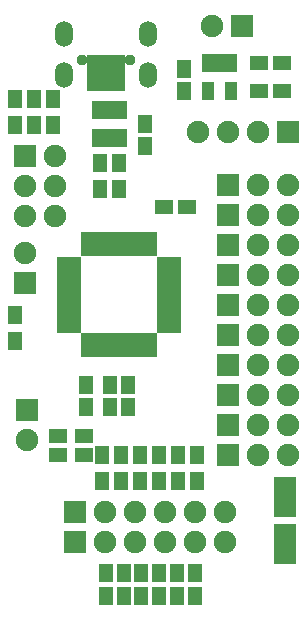
<source format=gbr>
G04 #@! TF.FileFunction,Soldermask,Top*
%FSLAX46Y46*%
G04 Gerber Fmt 4.6, Leading zero omitted, Abs format (unit mm)*
G04 Created by KiCad (PCBNEW 4.0.5) date 11/21/17 13:44:46*
%MOMM*%
%LPD*%
G01*
G04 APERTURE LIST*
%ADD10C,0.100000*%
%ADD11O,1.500000X2.200000*%
%ADD12R,0.800000X3.100000*%
%ADD13C,0.950000*%
%ADD14R,1.900000X1.900000*%
%ADD15C,1.900000*%
%ADD16R,1.150000X1.600000*%
%ADD17R,1.600000X1.150000*%
%ADD18R,1.900000X3.400000*%
%ADD19R,1.100000X1.500000*%
%ADD20R,0.950000X2.000000*%
%ADD21R,2.000000X0.950000*%
%ADD22R,1.600000X1.300000*%
%ADD23R,1.300000X1.600000*%
%ADD24R,1.000000X1.600000*%
%ADD25O,1.900000X1.900000*%
G04 APERTURE END LIST*
D10*
D11*
X105137000Y-54674300D03*
X112287000Y-54674300D03*
X105137000Y-51204300D03*
D12*
X110012000Y-54514300D03*
X109362000Y-54514300D03*
X107412000Y-54514300D03*
X108062000Y-54514300D03*
D13*
X106712000Y-53354300D03*
X110712000Y-53354300D03*
D12*
X108712000Y-54514300D03*
D11*
X112287000Y-51204300D03*
D14*
X106050000Y-91660000D03*
D15*
X108590000Y-91660000D03*
X111130000Y-91660000D03*
X113670000Y-91660000D03*
X116210000Y-91660000D03*
X118750000Y-91660000D03*
D14*
X119000000Y-63950000D03*
D15*
X121540000Y-63950000D03*
X124080000Y-63950000D03*
D14*
X119000000Y-66490000D03*
D15*
X121540000Y-66490000D03*
X124080000Y-66490000D03*
D14*
X119000000Y-69030000D03*
D15*
X121540000Y-69030000D03*
X124080000Y-69030000D03*
D14*
X119000000Y-71570000D03*
D15*
X121540000Y-71570000D03*
X124080000Y-71570000D03*
D14*
X119000000Y-74110000D03*
D15*
X121540000Y-74110000D03*
X124080000Y-74110000D03*
D14*
X119000000Y-76650000D03*
D15*
X121540000Y-76650000D03*
X124080000Y-76650000D03*
D14*
X119000000Y-79190000D03*
D15*
X121540000Y-79190000D03*
X124080000Y-79190000D03*
D14*
X119000000Y-81730000D03*
D15*
X121540000Y-81730000D03*
X124080000Y-81730000D03*
D14*
X119000000Y-84270000D03*
D15*
X121540000Y-84270000D03*
X124080000Y-84270000D03*
D16*
X109050000Y-80900000D03*
X109050000Y-82800000D03*
D17*
X121700000Y-53650000D03*
X123600000Y-53650000D03*
D16*
X108700000Y-98750000D03*
X108700000Y-96850000D03*
X110200000Y-98750000D03*
X110200000Y-96850000D03*
X111700000Y-98750000D03*
X111700000Y-96850000D03*
X113200000Y-98750000D03*
X113200000Y-96850000D03*
X114700000Y-98750000D03*
X114700000Y-96850000D03*
X116200000Y-98750000D03*
X116200000Y-96850000D03*
X115300000Y-56050000D03*
X115300000Y-54150000D03*
D17*
X121700000Y-56050000D03*
X123600000Y-56050000D03*
D16*
X107000000Y-80900000D03*
X107000000Y-82800000D03*
X110550000Y-80900000D03*
X110550000Y-82800000D03*
D17*
X113650000Y-65850000D03*
X115550000Y-65850000D03*
D18*
X123900000Y-94348980D03*
X123900000Y-90351020D03*
D16*
X112050000Y-58800000D03*
X112050000Y-60700000D03*
D19*
X119250000Y-53650000D03*
X118300000Y-53650000D03*
X117350000Y-53650000D03*
X117350000Y-56050000D03*
X119250000Y-56050000D03*
D20*
X107000000Y-77500000D03*
X107800000Y-77500000D03*
X108600000Y-77500000D03*
X109400000Y-77500000D03*
X110200000Y-77500000D03*
X111000000Y-77500000D03*
X111800000Y-77500000D03*
X112600000Y-77500000D03*
D21*
X114050000Y-76050000D03*
X114050000Y-75250000D03*
X114050000Y-74450000D03*
X114050000Y-73650000D03*
X114050000Y-72850000D03*
X114050000Y-72050000D03*
X114050000Y-71250000D03*
X114050000Y-70450000D03*
D20*
X112600000Y-69000000D03*
X111800000Y-69000000D03*
X111000000Y-69000000D03*
X110200000Y-69000000D03*
X109400000Y-69000000D03*
X108600000Y-69000000D03*
X107800000Y-69000000D03*
X107000000Y-69000000D03*
D21*
X105550000Y-70450000D03*
X105550000Y-71250000D03*
X105550000Y-72050000D03*
X105550000Y-72850000D03*
X105550000Y-73650000D03*
X105550000Y-74450000D03*
X105550000Y-75250000D03*
X105550000Y-76050000D03*
D22*
X106850000Y-86800000D03*
X104650000Y-86800000D03*
X106850000Y-85200000D03*
X104650000Y-85200000D03*
D23*
X101000000Y-74950000D03*
X101000000Y-77150000D03*
X108400000Y-86800000D03*
X108400000Y-89000000D03*
X110000000Y-86800000D03*
X110000000Y-89000000D03*
X111600000Y-86800000D03*
X111600000Y-89000000D03*
X113200000Y-86800000D03*
X113200000Y-89000000D03*
X114800000Y-86800000D03*
X114800000Y-89000000D03*
X116400000Y-86800000D03*
X116400000Y-89000000D03*
X104200000Y-58850000D03*
X104200000Y-56650000D03*
X102600000Y-58850000D03*
X102600000Y-56650000D03*
X101000000Y-58850000D03*
X101000000Y-56650000D03*
X109800000Y-64350000D03*
X109800000Y-62150000D03*
X108200000Y-64350000D03*
X108200000Y-62150000D03*
D24*
X109950000Y-57650000D03*
X109000000Y-57650000D03*
X108050000Y-57650000D03*
X109950000Y-59950000D03*
X109000000Y-59950000D03*
X108050000Y-59950000D03*
D14*
X102000000Y-83000000D03*
D25*
X102000000Y-85540000D03*
D14*
X120200000Y-50500000D03*
D25*
X117660000Y-50500000D03*
D14*
X101850000Y-72300000D03*
D25*
X101850000Y-69760000D03*
D14*
X124100000Y-59500000D03*
D25*
X121560000Y-59500000D03*
X119020000Y-59500000D03*
X116480000Y-59500000D03*
D14*
X119000000Y-86810000D03*
D15*
X121540000Y-86810000D03*
X124080000Y-86810000D03*
D14*
X106050000Y-94200000D03*
D15*
X108590000Y-94200000D03*
X111130000Y-94200000D03*
X113670000Y-94200000D03*
X116210000Y-94200000D03*
X118750000Y-94200000D03*
D14*
X101850000Y-61500000D03*
D15*
X104390000Y-61500000D03*
X101850000Y-64040000D03*
X104390000Y-64040000D03*
X101850000Y-66580000D03*
X104390000Y-66580000D03*
M02*

</source>
